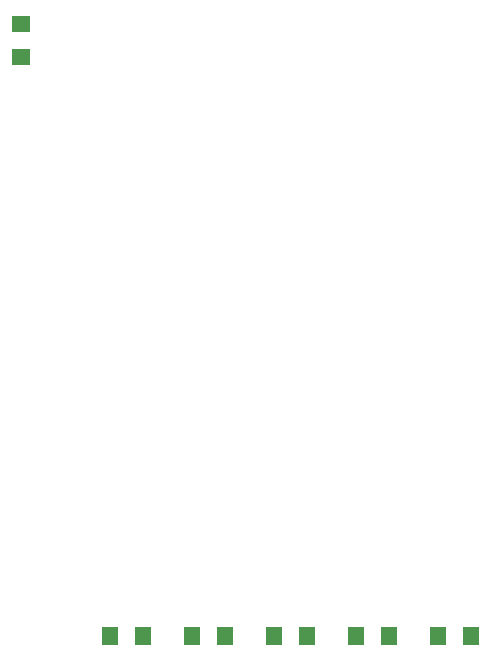
<source format=gbr>
G04 DipTrace 3.3.1.3*
G04 TopPaste.gbr*
%MOIN*%
G04 #@! TF.FileFunction,Paste,Top*
G04 #@! TF.Part,Single*
%ADD45R,0.062986X0.055112*%
%ADD47R,0.055112X0.062986*%
%FSLAX26Y26*%
G04*
G70*
G90*
G75*
G01*
G04 TopPaste*
%LPD*%
D47*
X2922046Y1273700D3*
X3032283D3*
X2648818D3*
X2759054D3*
X2375590D3*
X2485826D3*
X2102361D3*
X2212598D3*
X1829133D3*
X1939369D3*
D45*
X1533700Y3313700D3*
Y3203464D3*
M02*

</source>
